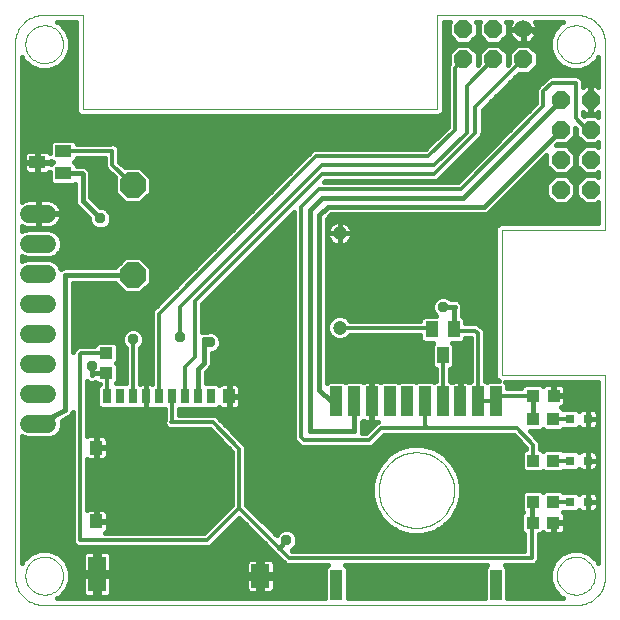
<source format=gtl>
G75*
G70*
%OFA0B0*%
%FSLAX24Y24*%
%IPPOS*%
%LPD*%
%AMOC8*
5,1,8,0,0,1.08239X$1,22.5*
%
%ADD10C,0.0000*%
%ADD11R,0.0413X0.0425*%
%ADD12R,0.0315X0.0315*%
%ADD13R,0.0394X0.0551*%
%ADD14R,0.0394X0.0433*%
%ADD15C,0.0600*%
%ADD16OC8,0.0600*%
%ADD17C,0.0600*%
%ADD18C,0.0472*%
%ADD19R,0.0394X0.0984*%
%ADD20R,0.0276X0.0492*%
%ADD21R,0.0394X0.0492*%
%ADD22R,0.0591X0.0787*%
%ADD23R,0.0591X0.1181*%
%ADD24R,0.0394X0.0472*%
%ADD25OC8,0.0850*%
%ADD26R,0.0551X0.0394*%
%ADD27R,0.0433X0.0394*%
%ADD28C,0.0160*%
%ADD29C,0.0376*%
%ADD30C,0.0157*%
%ADD31C,0.0118*%
D10*
X000629Y001245D02*
X000629Y018961D01*
X000983Y018961D02*
X000985Y019011D01*
X000991Y019061D01*
X001001Y019110D01*
X001015Y019158D01*
X001032Y019205D01*
X001053Y019250D01*
X001078Y019294D01*
X001106Y019335D01*
X001138Y019374D01*
X001172Y019411D01*
X001209Y019445D01*
X001249Y019475D01*
X001291Y019502D01*
X001335Y019526D01*
X001381Y019547D01*
X001428Y019563D01*
X001476Y019576D01*
X001526Y019585D01*
X001575Y019590D01*
X001626Y019591D01*
X001676Y019588D01*
X001725Y019581D01*
X001774Y019570D01*
X001822Y019555D01*
X001868Y019537D01*
X001913Y019515D01*
X001956Y019489D01*
X001997Y019460D01*
X002036Y019428D01*
X002072Y019393D01*
X002104Y019355D01*
X002134Y019315D01*
X002161Y019272D01*
X002184Y019228D01*
X002203Y019182D01*
X002219Y019134D01*
X002231Y019085D01*
X002239Y019036D01*
X002243Y018986D01*
X002243Y018936D01*
X002239Y018886D01*
X002231Y018837D01*
X002219Y018788D01*
X002203Y018740D01*
X002184Y018694D01*
X002161Y018650D01*
X002134Y018607D01*
X002104Y018567D01*
X002072Y018529D01*
X002036Y018494D01*
X001997Y018462D01*
X001956Y018433D01*
X001913Y018407D01*
X001868Y018385D01*
X001822Y018367D01*
X001774Y018352D01*
X001725Y018341D01*
X001676Y018334D01*
X001626Y018331D01*
X001575Y018332D01*
X001526Y018337D01*
X001476Y018346D01*
X001428Y018359D01*
X001381Y018375D01*
X001335Y018396D01*
X001291Y018420D01*
X001249Y018447D01*
X001209Y018477D01*
X001172Y018511D01*
X001138Y018548D01*
X001106Y018587D01*
X001078Y018628D01*
X001053Y018672D01*
X001032Y018717D01*
X001015Y018764D01*
X001001Y018812D01*
X000991Y018861D01*
X000985Y018911D01*
X000983Y018961D01*
X000629Y018961D02*
X000631Y019023D01*
X000637Y019084D01*
X000646Y019145D01*
X000660Y019206D01*
X000677Y019265D01*
X000698Y019323D01*
X000723Y019380D01*
X000751Y019435D01*
X000782Y019488D01*
X000817Y019539D01*
X000855Y019588D01*
X000896Y019635D01*
X000939Y019678D01*
X000986Y019719D01*
X001035Y019757D01*
X001086Y019792D01*
X001139Y019823D01*
X001194Y019851D01*
X001251Y019876D01*
X001309Y019897D01*
X001368Y019914D01*
X001429Y019928D01*
X001490Y019937D01*
X001551Y019943D01*
X001613Y019945D01*
X001613Y019946D02*
X002893Y019946D01*
X002893Y016796D01*
X014704Y016796D01*
X014704Y019946D01*
X019330Y019946D01*
X018700Y018961D02*
X018702Y019011D01*
X018708Y019061D01*
X018718Y019110D01*
X018732Y019158D01*
X018749Y019205D01*
X018770Y019250D01*
X018795Y019294D01*
X018823Y019335D01*
X018855Y019374D01*
X018889Y019411D01*
X018926Y019445D01*
X018966Y019475D01*
X019008Y019502D01*
X019052Y019526D01*
X019098Y019547D01*
X019145Y019563D01*
X019193Y019576D01*
X019243Y019585D01*
X019292Y019590D01*
X019343Y019591D01*
X019393Y019588D01*
X019442Y019581D01*
X019491Y019570D01*
X019539Y019555D01*
X019585Y019537D01*
X019630Y019515D01*
X019673Y019489D01*
X019714Y019460D01*
X019753Y019428D01*
X019789Y019393D01*
X019821Y019355D01*
X019851Y019315D01*
X019878Y019272D01*
X019901Y019228D01*
X019920Y019182D01*
X019936Y019134D01*
X019948Y019085D01*
X019956Y019036D01*
X019960Y018986D01*
X019960Y018936D01*
X019956Y018886D01*
X019948Y018837D01*
X019936Y018788D01*
X019920Y018740D01*
X019901Y018694D01*
X019878Y018650D01*
X019851Y018607D01*
X019821Y018567D01*
X019789Y018529D01*
X019753Y018494D01*
X019714Y018462D01*
X019673Y018433D01*
X019630Y018407D01*
X019585Y018385D01*
X019539Y018367D01*
X019491Y018352D01*
X019442Y018341D01*
X019393Y018334D01*
X019343Y018331D01*
X019292Y018332D01*
X019243Y018337D01*
X019193Y018346D01*
X019145Y018359D01*
X019098Y018375D01*
X019052Y018396D01*
X019008Y018420D01*
X018966Y018447D01*
X018926Y018477D01*
X018889Y018511D01*
X018855Y018548D01*
X018823Y018587D01*
X018795Y018628D01*
X018770Y018672D01*
X018749Y018717D01*
X018732Y018764D01*
X018718Y018812D01*
X018708Y018861D01*
X018702Y018911D01*
X018700Y018961D01*
X019330Y019945D02*
X019392Y019943D01*
X019453Y019937D01*
X019514Y019928D01*
X019575Y019914D01*
X019634Y019897D01*
X019692Y019876D01*
X019749Y019851D01*
X019804Y019823D01*
X019857Y019792D01*
X019908Y019757D01*
X019957Y019719D01*
X020004Y019678D01*
X020047Y019635D01*
X020088Y019588D01*
X020126Y019539D01*
X020161Y019488D01*
X020192Y019435D01*
X020220Y019380D01*
X020245Y019323D01*
X020266Y019265D01*
X020283Y019206D01*
X020297Y019145D01*
X020306Y019084D01*
X020312Y019023D01*
X020314Y018961D01*
X020314Y012761D01*
X016869Y012761D01*
X016869Y007938D01*
X020314Y007938D01*
X020314Y001245D01*
X018700Y001245D02*
X018702Y001295D01*
X018708Y001345D01*
X018718Y001394D01*
X018732Y001442D01*
X018749Y001489D01*
X018770Y001534D01*
X018795Y001578D01*
X018823Y001619D01*
X018855Y001658D01*
X018889Y001695D01*
X018926Y001729D01*
X018966Y001759D01*
X019008Y001786D01*
X019052Y001810D01*
X019098Y001831D01*
X019145Y001847D01*
X019193Y001860D01*
X019243Y001869D01*
X019292Y001874D01*
X019343Y001875D01*
X019393Y001872D01*
X019442Y001865D01*
X019491Y001854D01*
X019539Y001839D01*
X019585Y001821D01*
X019630Y001799D01*
X019673Y001773D01*
X019714Y001744D01*
X019753Y001712D01*
X019789Y001677D01*
X019821Y001639D01*
X019851Y001599D01*
X019878Y001556D01*
X019901Y001512D01*
X019920Y001466D01*
X019936Y001418D01*
X019948Y001369D01*
X019956Y001320D01*
X019960Y001270D01*
X019960Y001220D01*
X019956Y001170D01*
X019948Y001121D01*
X019936Y001072D01*
X019920Y001024D01*
X019901Y000978D01*
X019878Y000934D01*
X019851Y000891D01*
X019821Y000851D01*
X019789Y000813D01*
X019753Y000778D01*
X019714Y000746D01*
X019673Y000717D01*
X019630Y000691D01*
X019585Y000669D01*
X019539Y000651D01*
X019491Y000636D01*
X019442Y000625D01*
X019393Y000618D01*
X019343Y000615D01*
X019292Y000616D01*
X019243Y000621D01*
X019193Y000630D01*
X019145Y000643D01*
X019098Y000659D01*
X019052Y000680D01*
X019008Y000704D01*
X018966Y000731D01*
X018926Y000761D01*
X018889Y000795D01*
X018855Y000832D01*
X018823Y000871D01*
X018795Y000912D01*
X018770Y000956D01*
X018749Y001001D01*
X018732Y001048D01*
X018718Y001096D01*
X018708Y001145D01*
X018702Y001195D01*
X018700Y001245D01*
X019330Y000261D02*
X019392Y000263D01*
X019453Y000269D01*
X019514Y000278D01*
X019575Y000292D01*
X019634Y000309D01*
X019692Y000330D01*
X019749Y000355D01*
X019804Y000383D01*
X019857Y000414D01*
X019908Y000449D01*
X019957Y000487D01*
X020004Y000528D01*
X020047Y000571D01*
X020088Y000618D01*
X020126Y000667D01*
X020161Y000718D01*
X020192Y000771D01*
X020220Y000826D01*
X020245Y000883D01*
X020266Y000941D01*
X020283Y001000D01*
X020297Y001061D01*
X020306Y001122D01*
X020312Y001183D01*
X020314Y001245D01*
X019330Y000261D02*
X001613Y000261D01*
X000983Y001245D02*
X000985Y001295D01*
X000991Y001345D01*
X001001Y001394D01*
X001015Y001442D01*
X001032Y001489D01*
X001053Y001534D01*
X001078Y001578D01*
X001106Y001619D01*
X001138Y001658D01*
X001172Y001695D01*
X001209Y001729D01*
X001249Y001759D01*
X001291Y001786D01*
X001335Y001810D01*
X001381Y001831D01*
X001428Y001847D01*
X001476Y001860D01*
X001526Y001869D01*
X001575Y001874D01*
X001626Y001875D01*
X001676Y001872D01*
X001725Y001865D01*
X001774Y001854D01*
X001822Y001839D01*
X001868Y001821D01*
X001913Y001799D01*
X001956Y001773D01*
X001997Y001744D01*
X002036Y001712D01*
X002072Y001677D01*
X002104Y001639D01*
X002134Y001599D01*
X002161Y001556D01*
X002184Y001512D01*
X002203Y001466D01*
X002219Y001418D01*
X002231Y001369D01*
X002239Y001320D01*
X002243Y001270D01*
X002243Y001220D01*
X002239Y001170D01*
X002231Y001121D01*
X002219Y001072D01*
X002203Y001024D01*
X002184Y000978D01*
X002161Y000934D01*
X002134Y000891D01*
X002104Y000851D01*
X002072Y000813D01*
X002036Y000778D01*
X001997Y000746D01*
X001956Y000717D01*
X001913Y000691D01*
X001868Y000669D01*
X001822Y000651D01*
X001774Y000636D01*
X001725Y000625D01*
X001676Y000618D01*
X001626Y000615D01*
X001575Y000616D01*
X001526Y000621D01*
X001476Y000630D01*
X001428Y000643D01*
X001381Y000659D01*
X001335Y000680D01*
X001291Y000704D01*
X001249Y000731D01*
X001209Y000761D01*
X001172Y000795D01*
X001138Y000832D01*
X001106Y000871D01*
X001078Y000912D01*
X001053Y000956D01*
X001032Y001001D01*
X001015Y001048D01*
X001001Y001096D01*
X000991Y001145D01*
X000985Y001195D01*
X000983Y001245D01*
X000629Y001245D02*
X000631Y001183D01*
X000637Y001122D01*
X000646Y001061D01*
X000660Y001000D01*
X000677Y000941D01*
X000698Y000883D01*
X000723Y000826D01*
X000751Y000771D01*
X000782Y000718D01*
X000817Y000667D01*
X000855Y000618D01*
X000896Y000571D01*
X000939Y000528D01*
X000986Y000487D01*
X001035Y000449D01*
X001086Y000414D01*
X001139Y000383D01*
X001194Y000355D01*
X001251Y000330D01*
X001309Y000309D01*
X001368Y000292D01*
X001429Y000278D01*
X001490Y000269D01*
X001551Y000263D01*
X001613Y000261D01*
X012755Y004099D02*
X012757Y004170D01*
X012763Y004240D01*
X012773Y004310D01*
X012787Y004379D01*
X012804Y004448D01*
X012826Y004515D01*
X012851Y004581D01*
X012880Y004646D01*
X012912Y004708D01*
X012948Y004769D01*
X012987Y004828D01*
X013030Y004885D01*
X013075Y004939D01*
X013124Y004990D01*
X013175Y005039D01*
X013229Y005084D01*
X013286Y005127D01*
X013345Y005166D01*
X013406Y005202D01*
X013468Y005234D01*
X013533Y005263D01*
X013599Y005288D01*
X013666Y005310D01*
X013735Y005327D01*
X013804Y005341D01*
X013874Y005351D01*
X013944Y005357D01*
X014015Y005359D01*
X014086Y005357D01*
X014156Y005351D01*
X014226Y005341D01*
X014295Y005327D01*
X014364Y005310D01*
X014431Y005288D01*
X014497Y005263D01*
X014562Y005234D01*
X014624Y005202D01*
X014685Y005166D01*
X014744Y005127D01*
X014801Y005084D01*
X014855Y005039D01*
X014906Y004990D01*
X014955Y004939D01*
X015000Y004885D01*
X015043Y004828D01*
X015082Y004769D01*
X015118Y004708D01*
X015150Y004646D01*
X015179Y004581D01*
X015204Y004515D01*
X015226Y004448D01*
X015243Y004379D01*
X015257Y004310D01*
X015267Y004240D01*
X015273Y004170D01*
X015275Y004099D01*
X015273Y004028D01*
X015267Y003958D01*
X015257Y003888D01*
X015243Y003819D01*
X015226Y003750D01*
X015204Y003683D01*
X015179Y003617D01*
X015150Y003552D01*
X015118Y003490D01*
X015082Y003429D01*
X015043Y003370D01*
X015000Y003313D01*
X014955Y003259D01*
X014906Y003208D01*
X014855Y003159D01*
X014801Y003114D01*
X014744Y003071D01*
X014685Y003032D01*
X014624Y002996D01*
X014562Y002964D01*
X014497Y002935D01*
X014431Y002910D01*
X014364Y002888D01*
X014295Y002871D01*
X014226Y002857D01*
X014156Y002847D01*
X014086Y002841D01*
X014015Y002839D01*
X013944Y002841D01*
X013874Y002847D01*
X013804Y002857D01*
X013735Y002871D01*
X013666Y002888D01*
X013599Y002910D01*
X013533Y002935D01*
X013468Y002964D01*
X013406Y002996D01*
X013345Y003032D01*
X013286Y003071D01*
X013229Y003114D01*
X013175Y003159D01*
X013124Y003208D01*
X013075Y003259D01*
X013030Y003313D01*
X012987Y003370D01*
X012948Y003429D01*
X012912Y003490D01*
X012880Y003552D01*
X012851Y003617D01*
X012826Y003683D01*
X012804Y003750D01*
X012787Y003819D01*
X012773Y003888D01*
X012763Y003958D01*
X012757Y004028D01*
X012755Y004099D01*
D11*
X017897Y003017D03*
X018586Y003017D03*
X018592Y007248D03*
X017903Y007248D03*
D12*
X019132Y006462D03*
X019723Y006462D03*
X019726Y005085D03*
X019135Y005085D03*
X019132Y003706D03*
X019722Y003706D03*
D13*
X014902Y008588D03*
X015276Y009454D03*
X014528Y009454D03*
D14*
X017914Y006461D03*
X018583Y006461D03*
X018584Y005083D03*
X017914Y005083D03*
X017914Y003704D03*
X018584Y003704D03*
D15*
X017574Y019461D03*
D16*
X016574Y019461D03*
X016574Y018461D03*
X017574Y018461D03*
X018830Y017115D03*
X018830Y016115D03*
X018830Y015115D03*
X018830Y014115D03*
X019830Y014115D03*
X019830Y015115D03*
X019830Y016115D03*
X019830Y017115D03*
X015574Y018461D03*
X015574Y019461D03*
D17*
X001717Y013308D02*
X001117Y013308D01*
X001117Y012308D02*
X001717Y012308D01*
X001717Y011308D02*
X001117Y011308D01*
X001117Y010308D02*
X001717Y010308D01*
X001717Y009308D02*
X001117Y009308D01*
X001117Y008308D02*
X001717Y008308D01*
X001717Y007308D02*
X001117Y007308D01*
X001117Y006308D02*
X001717Y006308D01*
D18*
X011456Y009512D03*
X011456Y012662D03*
D19*
X011352Y007053D03*
X011943Y007053D03*
X012533Y007053D03*
X013124Y007053D03*
X013714Y007053D03*
X014305Y007053D03*
X014896Y007053D03*
X015486Y007053D03*
X016077Y007053D03*
X016667Y007053D03*
X016667Y000951D03*
X011352Y000951D03*
D20*
X007164Y007228D03*
X006731Y007228D03*
X006298Y007228D03*
X005865Y007228D03*
X005432Y007228D03*
X004999Y007228D03*
X004566Y007228D03*
X004133Y007228D03*
X003700Y007228D03*
D21*
X007774Y007228D03*
D22*
X008818Y001244D03*
D23*
X003365Y001303D03*
D24*
X003345Y003055D03*
X003345Y005516D03*
D25*
X004565Y011261D03*
X004565Y014261D03*
D26*
X002242Y014652D03*
X002242Y015400D03*
X001376Y015026D03*
D27*
X003682Y008667D03*
X003682Y007998D03*
D28*
X004016Y008333D02*
X004079Y008396D01*
X004079Y008939D01*
X003973Y009044D01*
X003391Y009044D01*
X003286Y008939D01*
X003286Y008906D01*
X002788Y008906D01*
X002700Y008870D01*
X002632Y008803D01*
X002592Y008762D01*
X002561Y008688D01*
X002561Y011002D01*
X003968Y011002D01*
X004314Y010656D01*
X004816Y010656D01*
X005170Y011010D01*
X005170Y011512D01*
X004816Y011866D01*
X004314Y011866D01*
X003968Y011520D01*
X002251Y011520D01*
X002164Y011483D01*
X002124Y011580D01*
X001989Y011715D01*
X001812Y011788D01*
X001021Y011788D01*
X000859Y011721D01*
X000859Y011895D01*
X001021Y011828D01*
X001812Y011828D01*
X001989Y011901D01*
X002124Y012036D01*
X002197Y012212D01*
X002197Y012403D01*
X002124Y012580D01*
X001989Y012715D01*
X001812Y012788D01*
X001021Y012788D01*
X000859Y012721D01*
X000859Y012902D01*
X000865Y012897D01*
X000932Y012863D01*
X001004Y012840D01*
X001079Y012828D01*
X001397Y012828D01*
X001397Y013288D01*
X001437Y013288D01*
X001437Y013328D01*
X002197Y013328D01*
X002197Y013346D01*
X002185Y013420D01*
X002161Y013492D01*
X002127Y013559D01*
X002083Y013621D01*
X002029Y013674D01*
X001968Y013718D01*
X001901Y013753D01*
X001829Y013776D01*
X001754Y013788D01*
X001437Y013788D01*
X001437Y013328D01*
X001397Y013328D01*
X001397Y013788D01*
X001079Y013788D01*
X001004Y013776D01*
X000932Y013753D01*
X000865Y013718D01*
X000859Y013714D01*
X000859Y018535D01*
X000884Y018474D01*
X001126Y018232D01*
X001442Y018101D01*
X001784Y018101D01*
X002100Y018232D01*
X002342Y018474D01*
X002473Y018790D01*
X002473Y019132D01*
X002342Y019449D01*
X002100Y019690D01*
X002040Y019716D01*
X002663Y019716D01*
X002663Y016701D01*
X002798Y016566D01*
X014799Y016566D01*
X014934Y016701D01*
X014934Y019716D01*
X015150Y019716D01*
X015094Y019660D01*
X015094Y019262D01*
X015375Y018981D01*
X015773Y018981D01*
X016054Y019262D01*
X016054Y019660D01*
X015998Y019716D01*
X016150Y019716D01*
X016094Y019660D01*
X016094Y019262D01*
X016375Y018981D01*
X016773Y018981D01*
X017054Y019262D01*
X017054Y019660D01*
X016998Y019716D01*
X017166Y019716D01*
X017163Y019713D01*
X017129Y019645D01*
X017106Y019573D01*
X017094Y019499D01*
X017094Y019481D01*
X017554Y019481D01*
X017554Y019441D01*
X017594Y019441D01*
X017594Y019481D01*
X018054Y019481D01*
X018054Y019499D01*
X018042Y019573D01*
X018019Y019645D01*
X017984Y019713D01*
X017982Y019716D01*
X018904Y019716D01*
X018843Y019690D01*
X018601Y019449D01*
X018470Y019132D01*
X018470Y018790D01*
X018601Y018474D01*
X018843Y018232D01*
X019159Y018101D01*
X019501Y018101D01*
X019817Y018232D01*
X020059Y018474D01*
X020084Y018535D01*
X020084Y017540D01*
X020029Y017595D01*
X019850Y017595D01*
X019850Y017135D01*
X019810Y017135D01*
X019810Y017595D01*
X019631Y017595D01*
X019569Y017533D01*
X019569Y017729D01*
X019533Y017817D01*
X019465Y017885D01*
X019377Y017921D01*
X018495Y017921D01*
X018407Y017885D01*
X018340Y017817D01*
X018045Y017522D01*
X018008Y017434D01*
X018008Y016994D01*
X015392Y014378D01*
X010950Y014378D01*
X010964Y014392D01*
X014653Y014392D01*
X014741Y014428D01*
X014808Y014495D01*
X016186Y015873D01*
X016222Y015961D01*
X016222Y016772D01*
X017432Y017981D01*
X017773Y017981D01*
X018054Y018262D01*
X018054Y018660D01*
X017773Y018941D01*
X017375Y018941D01*
X017094Y018660D01*
X017094Y018319D01*
X017054Y018279D01*
X017054Y018660D01*
X016773Y018941D01*
X016375Y018941D01*
X016094Y018660D01*
X016094Y018319D01*
X016054Y018279D01*
X016054Y018660D01*
X015773Y018941D01*
X015375Y018941D01*
X015094Y018660D01*
X015094Y018319D01*
X015092Y018317D01*
X015055Y018229D01*
X015055Y016206D01*
X014310Y015460D01*
X010621Y015460D01*
X010533Y015424D01*
X005296Y010187D01*
X005229Y010120D01*
X005193Y010032D01*
X005193Y007646D01*
X005160Y007655D01*
X004999Y007655D01*
X004999Y007228D01*
X004999Y006802D01*
X005160Y006802D01*
X005206Y006815D01*
X005207Y006815D01*
X005219Y006802D01*
X005626Y006802D01*
X005626Y006457D01*
X005607Y006411D01*
X005607Y006315D01*
X005643Y006228D01*
X005710Y006160D01*
X005798Y006124D01*
X007125Y006124D01*
X007870Y005378D01*
X007870Y003608D01*
X006928Y002665D01*
X003635Y002665D01*
X003653Y002675D01*
X003686Y002708D01*
X003710Y002750D01*
X003722Y002795D01*
X003722Y003037D01*
X003364Y003037D01*
X003364Y003074D01*
X003327Y003074D01*
X003327Y003471D01*
X003125Y003471D01*
X003079Y003459D01*
X003038Y003435D01*
X003034Y003431D01*
X003034Y005140D01*
X003038Y005136D01*
X003079Y005112D01*
X003125Y005100D01*
X003327Y005100D01*
X003327Y005497D01*
X003364Y005497D01*
X003364Y005534D01*
X003722Y005534D01*
X003722Y005776D01*
X003710Y005822D01*
X003686Y005863D01*
X003653Y005896D01*
X003611Y005920D01*
X003566Y005932D01*
X003364Y005932D01*
X003364Y005534D01*
X003327Y005534D01*
X003327Y005932D01*
X003125Y005932D01*
X003079Y005920D01*
X003038Y005896D01*
X003034Y005892D01*
X003034Y007727D01*
X003042Y007718D01*
X003137Y007679D01*
X003240Y007679D01*
X003306Y007706D01*
X003391Y007621D01*
X003454Y007621D01*
X003382Y007549D01*
X003382Y006908D01*
X003487Y006802D01*
X003912Y006802D01*
X003916Y006807D01*
X003920Y006802D01*
X004345Y006802D01*
X004349Y006807D01*
X004353Y006802D01*
X004778Y006802D01*
X004791Y006815D01*
X004791Y006815D01*
X004837Y006802D01*
X004999Y006802D01*
X004999Y007228D01*
X004999Y007228D01*
X004999Y007228D01*
X004999Y007655D01*
X004837Y007655D01*
X004805Y007646D01*
X004805Y008837D01*
X004878Y008910D01*
X004934Y009046D01*
X004934Y009192D01*
X004878Y009327D01*
X004775Y009431D01*
X004639Y009487D01*
X004493Y009487D01*
X004358Y009431D01*
X004254Y009327D01*
X004198Y009192D01*
X004198Y009046D01*
X004254Y008910D01*
X004327Y008838D01*
X004327Y007655D01*
X004007Y007655D01*
X004079Y007727D01*
X004079Y008269D01*
X004016Y008333D01*
X004027Y008344D02*
X004327Y008344D01*
X004327Y008186D02*
X004079Y008186D01*
X004079Y008027D02*
X004327Y008027D01*
X004327Y007869D02*
X004079Y007869D01*
X004062Y007710D02*
X004327Y007710D01*
X004805Y007710D02*
X005193Y007710D01*
X005193Y007869D02*
X004805Y007869D01*
X004805Y008027D02*
X005193Y008027D01*
X005193Y008186D02*
X004805Y008186D01*
X004805Y008344D02*
X005193Y008344D01*
X005193Y008503D02*
X004805Y008503D01*
X004805Y008661D02*
X005193Y008661D01*
X005193Y008820D02*
X004805Y008820D01*
X004906Y008978D02*
X005193Y008978D01*
X005193Y009137D02*
X004934Y009137D01*
X004892Y009295D02*
X005193Y009295D01*
X005193Y009454D02*
X004720Y009454D01*
X004412Y009454D02*
X002561Y009454D01*
X002561Y009612D02*
X005193Y009612D01*
X005193Y009771D02*
X002561Y009771D01*
X002561Y009929D02*
X005193Y009929D01*
X005216Y010088D02*
X002561Y010088D01*
X002561Y010246D02*
X005355Y010246D01*
X005514Y010405D02*
X002561Y010405D01*
X002561Y010563D02*
X005672Y010563D01*
X005831Y010722D02*
X004881Y010722D01*
X005040Y010880D02*
X005989Y010880D01*
X006148Y011039D02*
X005170Y011039D01*
X005170Y011197D02*
X006306Y011197D01*
X006465Y011356D02*
X005170Y011356D01*
X005167Y011514D02*
X006623Y011514D01*
X006782Y011673D02*
X005009Y011673D01*
X004850Y011831D02*
X006940Y011831D01*
X007099Y011990D02*
X002077Y011990D01*
X002170Y012148D02*
X007257Y012148D01*
X007416Y012307D02*
X002197Y012307D01*
X002171Y012465D02*
X007574Y012465D01*
X007733Y012624D02*
X002080Y012624D01*
X001968Y012897D02*
X001901Y012863D01*
X001829Y012840D01*
X001754Y012828D01*
X001437Y012828D01*
X001437Y013288D01*
X002197Y013288D01*
X002197Y013270D01*
X002185Y013196D01*
X002161Y013124D01*
X002127Y013056D01*
X002083Y012995D01*
X002029Y012942D01*
X001968Y012897D01*
X002028Y012941D02*
X003177Y012941D01*
X003171Y012946D02*
X003275Y012842D01*
X003410Y012786D01*
X003557Y012786D01*
X003692Y012842D01*
X003796Y012946D01*
X003852Y013081D01*
X003852Y013228D01*
X003796Y013363D01*
X003692Y013466D01*
X003557Y013522D01*
X003481Y013522D01*
X003152Y013852D01*
X003152Y014682D01*
X003112Y014777D01*
X003091Y014799D01*
X003018Y014872D01*
X002923Y014911D01*
X002698Y014911D01*
X002698Y014924D01*
X002595Y015026D01*
X002698Y015129D01*
X002698Y015161D01*
X003638Y015161D01*
X003638Y014901D01*
X003674Y014813D01*
X003742Y014746D01*
X003968Y014520D01*
X003960Y014512D01*
X003960Y014010D01*
X004314Y013656D01*
X004816Y013656D01*
X005170Y014010D01*
X005170Y014512D01*
X004816Y014866D01*
X004314Y014866D01*
X004306Y014858D01*
X004116Y015048D01*
X004116Y015466D01*
X004080Y015554D01*
X004013Y015621D01*
X003925Y015657D01*
X003830Y015657D01*
X003787Y015640D01*
X002698Y015640D01*
X002698Y015672D01*
X002593Y015777D01*
X001892Y015777D01*
X001787Y015672D01*
X001787Y015343D01*
X001762Y015367D01*
X001721Y015391D01*
X001676Y015403D01*
X001395Y015403D01*
X001395Y015045D01*
X001832Y015045D01*
X001832Y015084D01*
X001889Y015026D01*
X001832Y014969D01*
X001832Y015008D01*
X001395Y015008D01*
X001395Y015045D01*
X001358Y015045D01*
X001358Y015403D01*
X001077Y015403D01*
X001031Y015391D01*
X000990Y015367D01*
X000957Y015334D01*
X000933Y015293D01*
X000921Y015247D01*
X000921Y015045D01*
X001358Y015045D01*
X001358Y015008D01*
X001395Y015008D01*
X001395Y014650D01*
X001676Y014650D01*
X001721Y014662D01*
X001762Y014686D01*
X001787Y014710D01*
X001787Y014381D01*
X001892Y014276D01*
X002593Y014276D01*
X002634Y014317D01*
X002634Y013693D01*
X002674Y013598D01*
X002746Y013526D01*
X003115Y013157D01*
X003115Y013081D01*
X003171Y012946D01*
X003115Y013099D02*
X002149Y013099D01*
X002195Y013258D02*
X003014Y013258D01*
X002856Y013416D02*
X002186Y013416D01*
X002116Y013575D02*
X002697Y013575D01*
X002634Y013733D02*
X001939Y013733D01*
X001437Y013733D02*
X001397Y013733D01*
X001397Y013575D02*
X001437Y013575D01*
X001437Y013416D02*
X001397Y013416D01*
X001397Y013258D02*
X001437Y013258D01*
X001437Y013099D02*
X001397Y013099D01*
X001397Y012941D02*
X001437Y012941D01*
X001826Y012782D02*
X007891Y012782D01*
X008050Y012941D02*
X003790Y012941D01*
X003852Y013099D02*
X008208Y013099D01*
X008367Y013258D02*
X003839Y013258D01*
X003742Y013416D02*
X008525Y013416D01*
X008684Y013575D02*
X003429Y013575D01*
X003271Y013733D02*
X004237Y013733D01*
X004079Y013892D02*
X003152Y013892D01*
X003152Y014050D02*
X003960Y014050D01*
X003960Y014209D02*
X003152Y014209D01*
X003152Y014367D02*
X003960Y014367D01*
X003962Y014526D02*
X003152Y014526D01*
X003151Y014684D02*
X003804Y014684D01*
X003662Y014843D02*
X003047Y014843D01*
X002621Y015001D02*
X003638Y015001D01*
X003638Y015160D02*
X002698Y015160D01*
X001864Y015001D02*
X001832Y015001D01*
X001787Y014684D02*
X001760Y014684D01*
X001787Y014526D02*
X000859Y014526D01*
X000859Y014684D02*
X000993Y014684D01*
X000990Y014686D02*
X001031Y014662D01*
X001077Y014650D01*
X001358Y014650D01*
X001358Y015008D01*
X000921Y015008D01*
X000921Y014806D01*
X000933Y014760D01*
X000957Y014719D01*
X000990Y014686D01*
X000921Y014843D02*
X000859Y014843D01*
X000859Y015001D02*
X000921Y015001D01*
X000921Y015160D02*
X000859Y015160D01*
X000859Y015318D02*
X000948Y015318D01*
X000859Y015477D02*
X001787Y015477D01*
X001787Y015635D02*
X000859Y015635D01*
X000859Y015794D02*
X014643Y015794D01*
X014801Y015952D02*
X000859Y015952D01*
X000859Y016111D02*
X014960Y016111D01*
X015055Y016269D02*
X000859Y016269D01*
X000859Y016428D02*
X015055Y016428D01*
X015055Y016586D02*
X014819Y016586D01*
X014934Y016745D02*
X015055Y016745D01*
X015055Y016903D02*
X014934Y016903D01*
X014934Y017062D02*
X015055Y017062D01*
X015055Y017220D02*
X014934Y017220D01*
X014934Y017379D02*
X015055Y017379D01*
X015055Y017537D02*
X014934Y017537D01*
X014934Y017696D02*
X015055Y017696D01*
X015055Y017854D02*
X014934Y017854D01*
X014934Y018013D02*
X015055Y018013D01*
X015055Y018171D02*
X014934Y018171D01*
X014934Y018330D02*
X015094Y018330D01*
X015094Y018488D02*
X014934Y018488D01*
X014934Y018647D02*
X015094Y018647D01*
X015239Y018805D02*
X014934Y018805D01*
X014934Y018964D02*
X018470Y018964D01*
X018470Y019122D02*
X017914Y019122D01*
X017940Y019148D02*
X017984Y019209D01*
X018019Y019277D01*
X018042Y019349D01*
X018054Y019423D01*
X018054Y019441D01*
X017594Y019441D01*
X017594Y018981D01*
X017612Y018981D01*
X017686Y018993D01*
X017758Y019016D01*
X017825Y019050D01*
X017887Y019095D01*
X017940Y019148D01*
X018020Y019281D02*
X018531Y019281D01*
X018597Y019439D02*
X018054Y019439D01*
X018034Y019598D02*
X018750Y019598D01*
X018470Y018805D02*
X017909Y018805D01*
X018054Y018647D02*
X018529Y018647D01*
X018595Y018488D02*
X018054Y018488D01*
X018054Y018330D02*
X018746Y018330D01*
X018991Y018171D02*
X017963Y018171D01*
X017804Y018013D02*
X020084Y018013D01*
X020084Y018171D02*
X019669Y018171D01*
X019914Y018330D02*
X020084Y018330D01*
X020084Y018488D02*
X020065Y018488D01*
X020084Y017854D02*
X019496Y017854D01*
X019569Y017696D02*
X020084Y017696D01*
X019850Y017537D02*
X019810Y017537D01*
X019810Y017379D02*
X019850Y017379D01*
X019850Y017220D02*
X019810Y017220D01*
X019810Y017095D02*
X019850Y017095D01*
X019850Y016635D01*
X020029Y016635D01*
X020084Y016691D01*
X020084Y016540D01*
X020029Y016595D01*
X019631Y016595D01*
X019602Y016566D01*
X019569Y016600D01*
X019569Y016697D01*
X019631Y016635D01*
X019810Y016635D01*
X019810Y017095D01*
X019810Y017062D02*
X019850Y017062D01*
X019850Y016903D02*
X019810Y016903D01*
X019810Y016745D02*
X019850Y016745D01*
X020038Y016586D02*
X020084Y016586D01*
X019622Y016586D02*
X019583Y016586D01*
X019310Y016183D02*
X019350Y016143D01*
X019350Y015916D01*
X019631Y015635D01*
X020029Y015635D01*
X020084Y015635D01*
X020029Y015635D02*
X020084Y015691D01*
X020084Y015540D01*
X020029Y015595D01*
X019631Y015595D01*
X019350Y015314D01*
X019350Y014916D01*
X019631Y014635D01*
X020029Y014635D01*
X020084Y014691D01*
X020084Y014540D01*
X020029Y014595D01*
X019631Y014595D01*
X019350Y014314D01*
X019350Y013916D01*
X019631Y013635D01*
X020029Y013635D01*
X020084Y013691D01*
X020084Y012991D01*
X016774Y012991D01*
X016639Y012856D01*
X016639Y007843D01*
X016756Y007726D01*
X016396Y007726D01*
X016372Y007702D01*
X016348Y007726D01*
X016316Y007726D01*
X016316Y009369D01*
X016279Y009456D01*
X016212Y009524D01*
X016119Y009617D01*
X016031Y009653D01*
X015653Y009653D01*
X015653Y009804D01*
X015547Y009910D01*
X015534Y009910D01*
X015534Y010105D01*
X015553Y010150D01*
X015553Y010253D01*
X015514Y010348D01*
X015441Y010421D01*
X015346Y010460D01*
X015163Y010460D01*
X015109Y010514D01*
X014974Y010570D01*
X014828Y010570D01*
X014692Y010514D01*
X014589Y010410D01*
X014533Y010275D01*
X014533Y010128D01*
X014589Y009993D01*
X014672Y009910D01*
X014256Y009910D01*
X014151Y009804D01*
X014151Y009751D01*
X011806Y009751D01*
X011692Y009865D01*
X011539Y009928D01*
X011373Y009928D01*
X011220Y009865D01*
X011103Y009748D01*
X011040Y009595D01*
X011040Y009429D01*
X011103Y009276D01*
X011220Y009159D01*
X011373Y009096D01*
X011539Y009096D01*
X011692Y009159D01*
X011806Y009273D01*
X014151Y009273D01*
X014151Y009104D01*
X014256Y008999D01*
X014585Y008999D01*
X014525Y008938D01*
X014525Y008238D01*
X014630Y008133D01*
X014656Y008133D01*
X014656Y007726D01*
X014624Y007726D01*
X014600Y007702D01*
X014576Y007726D01*
X014034Y007726D01*
X014010Y007702D01*
X013986Y007726D01*
X013443Y007726D01*
X013419Y007702D01*
X013395Y007726D01*
X012852Y007726D01*
X012825Y007698D01*
X012800Y007713D01*
X012754Y007726D01*
X012552Y007726D01*
X012552Y007072D01*
X012515Y007072D01*
X012515Y007726D01*
X012313Y007726D01*
X012267Y007713D01*
X012241Y007698D01*
X012214Y007726D01*
X011671Y007726D01*
X011647Y007702D01*
X011624Y007726D01*
X011081Y007726D01*
X011026Y007670D01*
X011026Y013146D01*
X011169Y013289D01*
X016314Y013289D01*
X016409Y013329D01*
X016482Y013401D01*
X018350Y015269D01*
X018350Y014916D01*
X018631Y014635D01*
X019029Y014635D01*
X019310Y014916D01*
X019310Y015314D01*
X019029Y015595D01*
X018676Y015595D01*
X018716Y015635D01*
X019029Y015635D01*
X019631Y015635D01*
X019513Y015477D02*
X019147Y015477D01*
X019029Y015635D02*
X019310Y015916D01*
X019310Y016183D01*
X019310Y016111D02*
X019350Y016111D01*
X019350Y015952D02*
X019310Y015952D01*
X019187Y015794D02*
X019473Y015794D01*
X019354Y015318D02*
X019306Y015318D01*
X019310Y015160D02*
X019350Y015160D01*
X019350Y015001D02*
X019310Y015001D01*
X019236Y014843D02*
X019424Y014843D01*
X019582Y014684D02*
X019078Y014684D01*
X019029Y014595D02*
X018631Y014595D01*
X018350Y014314D01*
X018350Y013916D01*
X018631Y013635D01*
X019029Y013635D01*
X019310Y013916D01*
X019310Y014314D01*
X019029Y014595D01*
X019098Y014526D02*
X019562Y014526D01*
X019403Y014367D02*
X019257Y014367D01*
X019310Y014209D02*
X019350Y014209D01*
X019350Y014050D02*
X019310Y014050D01*
X019285Y013892D02*
X019375Y013892D01*
X019533Y013733D02*
X019127Y013733D01*
X018533Y013733D02*
X016814Y013733D01*
X016655Y013575D02*
X020084Y013575D01*
X020084Y013416D02*
X016497Y013416D01*
X016972Y013892D02*
X018375Y013892D01*
X018350Y014050D02*
X017131Y014050D01*
X017289Y014209D02*
X018350Y014209D01*
X018403Y014367D02*
X017448Y014367D01*
X017606Y014526D02*
X018562Y014526D01*
X018582Y014684D02*
X017765Y014684D01*
X017923Y014843D02*
X018424Y014843D01*
X018350Y015001D02*
X018082Y015001D01*
X018240Y015160D02*
X018350Y015160D01*
X017284Y016269D02*
X016222Y016269D01*
X016222Y016111D02*
X017125Y016111D01*
X016967Y015952D02*
X016219Y015952D01*
X016107Y015794D02*
X016808Y015794D01*
X016650Y015635D02*
X015948Y015635D01*
X015790Y015477D02*
X016491Y015477D01*
X016333Y015318D02*
X015631Y015318D01*
X015473Y015160D02*
X016174Y015160D01*
X016016Y015001D02*
X015314Y015001D01*
X015156Y014843D02*
X015857Y014843D01*
X015699Y014684D02*
X014997Y014684D01*
X014839Y014526D02*
X015540Y014526D01*
X014484Y015635D02*
X003978Y015635D01*
X004112Y015477D02*
X014326Y015477D01*
X016222Y016428D02*
X017442Y016428D01*
X017601Y016586D02*
X016222Y016586D01*
X016222Y016745D02*
X017759Y016745D01*
X017918Y016903D02*
X016354Y016903D01*
X016513Y017062D02*
X018008Y017062D01*
X018008Y017220D02*
X016671Y017220D01*
X016830Y017379D02*
X018008Y017379D01*
X018060Y017537D02*
X016988Y017537D01*
X017147Y017696D02*
X018218Y017696D01*
X018377Y017854D02*
X017305Y017854D01*
X017094Y018330D02*
X017054Y018330D01*
X017054Y018488D02*
X017094Y018488D01*
X017094Y018647D02*
X017054Y018647D01*
X016909Y018805D02*
X017239Y018805D01*
X017322Y019050D02*
X017390Y019016D01*
X017462Y018993D01*
X017536Y018981D01*
X017554Y018981D01*
X017554Y019441D01*
X017094Y019441D01*
X017094Y019423D01*
X017106Y019349D01*
X017129Y019277D01*
X017163Y019209D01*
X017208Y019148D01*
X017261Y019095D01*
X017322Y019050D01*
X017234Y019122D02*
X016914Y019122D01*
X017054Y019281D02*
X017128Y019281D01*
X017094Y019439D02*
X017054Y019439D01*
X017054Y019598D02*
X017114Y019598D01*
X017554Y019439D02*
X017594Y019439D01*
X017594Y019281D02*
X017554Y019281D01*
X017554Y019122D02*
X017594Y019122D01*
X016234Y019122D02*
X015914Y019122D01*
X016054Y019281D02*
X016094Y019281D01*
X016094Y019439D02*
X016054Y019439D01*
X016054Y019598D02*
X016094Y019598D01*
X016239Y018805D02*
X015909Y018805D01*
X016054Y018647D02*
X016094Y018647D01*
X016094Y018488D02*
X016054Y018488D01*
X016054Y018330D02*
X016094Y018330D01*
X015234Y019122D02*
X014934Y019122D01*
X014934Y019281D02*
X015094Y019281D01*
X015094Y019439D02*
X014934Y019439D01*
X014934Y019598D02*
X015094Y019598D01*
X019569Y017537D02*
X019573Y017537D01*
X020078Y014684D02*
X020084Y014684D01*
X020084Y013258D02*
X011138Y013258D01*
X011026Y013099D02*
X020084Y013099D01*
X016724Y012941D02*
X011766Y012941D01*
X011773Y012933D02*
X011727Y012979D01*
X011674Y013018D01*
X011616Y013048D01*
X011553Y013068D01*
X011489Y013078D01*
X011456Y013078D01*
X011456Y012662D01*
X011456Y012662D01*
X011456Y013078D01*
X011423Y013078D01*
X011358Y013068D01*
X011296Y013048D01*
X011238Y013018D01*
X011185Y012979D01*
X011138Y012933D01*
X011100Y012880D01*
X011070Y012822D01*
X011050Y012759D01*
X011040Y012695D01*
X011040Y012662D01*
X011456Y012662D01*
X011872Y012662D01*
X011872Y012695D01*
X011862Y012759D01*
X011842Y012822D01*
X011812Y012880D01*
X011773Y012933D01*
X011854Y012782D02*
X016639Y012782D01*
X016639Y012624D02*
X011871Y012624D01*
X011872Y012629D02*
X011872Y012662D01*
X011456Y012662D01*
X011456Y012662D01*
X011456Y012662D01*
X011040Y012662D01*
X011040Y012629D01*
X011050Y012564D01*
X011070Y012502D01*
X011100Y012444D01*
X011138Y012391D01*
X011185Y012344D01*
X011238Y012306D01*
X011296Y012276D01*
X011358Y012256D01*
X011423Y012246D01*
X011456Y012246D01*
X011489Y012246D01*
X011553Y012256D01*
X011616Y012276D01*
X011674Y012306D01*
X011727Y012344D01*
X011773Y012391D01*
X011812Y012444D01*
X011842Y012502D01*
X011862Y012564D01*
X011872Y012629D01*
X011823Y012465D02*
X016639Y012465D01*
X016639Y012307D02*
X011675Y012307D01*
X011456Y012307D02*
X011456Y012307D01*
X011456Y012246D02*
X011456Y012662D01*
X011456Y012662D01*
X011456Y012246D01*
X011456Y012465D02*
X011456Y012465D01*
X011456Y012624D02*
X011456Y012624D01*
X011456Y012782D02*
X011456Y012782D01*
X011456Y012941D02*
X011456Y012941D01*
X011146Y012941D02*
X011026Y012941D01*
X011026Y012782D02*
X011057Y012782D01*
X011041Y012624D02*
X011026Y012624D01*
X011026Y012465D02*
X011089Y012465D01*
X011026Y012307D02*
X011237Y012307D01*
X011026Y012148D02*
X016639Y012148D01*
X016639Y011990D02*
X011026Y011990D01*
X011026Y011831D02*
X016639Y011831D01*
X016639Y011673D02*
X011026Y011673D01*
X011026Y011514D02*
X016639Y011514D01*
X016639Y011356D02*
X011026Y011356D01*
X011026Y011197D02*
X016639Y011197D01*
X016639Y011039D02*
X011026Y011039D01*
X011026Y010880D02*
X016639Y010880D01*
X016639Y010722D02*
X011026Y010722D01*
X011026Y010563D02*
X014812Y010563D01*
X014990Y010563D02*
X016639Y010563D01*
X016639Y010405D02*
X015457Y010405D01*
X015553Y010246D02*
X016639Y010246D01*
X016639Y010088D02*
X015534Y010088D01*
X015534Y009929D02*
X016639Y009929D01*
X016639Y009771D02*
X015653Y009771D01*
X016124Y009612D02*
X016639Y009612D01*
X016639Y009454D02*
X016280Y009454D01*
X016316Y009295D02*
X016639Y009295D01*
X016639Y009137D02*
X016316Y009137D01*
X016316Y008978D02*
X016639Y008978D01*
X016639Y008820D02*
X016316Y008820D01*
X016316Y008661D02*
X016639Y008661D01*
X016639Y008503D02*
X016316Y008503D01*
X016316Y008344D02*
X016639Y008344D01*
X016639Y008186D02*
X016316Y008186D01*
X016316Y008027D02*
X016639Y008027D01*
X016639Y007869D02*
X016316Y007869D01*
X016363Y007710D02*
X016380Y007710D01*
X016956Y007708D02*
X020084Y007708D01*
X020084Y001671D01*
X020059Y001732D01*
X019817Y001974D01*
X019501Y002105D01*
X019159Y002105D01*
X018843Y001974D01*
X018601Y001732D01*
X018470Y001416D01*
X018470Y001074D01*
X018601Y000758D01*
X018843Y000516D01*
X018904Y000491D01*
X017044Y000491D01*
X017044Y001518D01*
X016965Y001596D01*
X017901Y001596D01*
X017989Y001633D01*
X018056Y001700D01*
X018093Y001788D01*
X018093Y002624D01*
X018178Y002624D01*
X018241Y002687D01*
X018269Y002660D01*
X018310Y002636D01*
X018356Y002624D01*
X018563Y002624D01*
X018563Y002993D01*
X018609Y002993D01*
X018609Y002624D01*
X018816Y002624D01*
X018862Y002636D01*
X018903Y002660D01*
X018937Y002693D01*
X018960Y002734D01*
X018973Y002780D01*
X018973Y002993D01*
X018609Y002993D01*
X018609Y003040D01*
X018973Y003040D01*
X018973Y003253D01*
X018960Y003299D01*
X018937Y003340D01*
X018912Y003365D01*
X018916Y003369D01*
X019364Y003369D01*
X019427Y003432D01*
X019454Y003405D01*
X019495Y003381D01*
X019541Y003369D01*
X019722Y003369D01*
X019722Y003706D01*
X019722Y003706D01*
X019722Y004044D01*
X019541Y004044D01*
X019495Y004031D01*
X019454Y004008D01*
X019427Y003980D01*
X019364Y004044D01*
X018912Y004044D01*
X018855Y004101D01*
X018312Y004101D01*
X018249Y004038D01*
X018186Y004101D01*
X017643Y004101D01*
X017537Y003995D01*
X017537Y003413D01*
X017579Y003372D01*
X017510Y003304D01*
X017510Y002729D01*
X017614Y002625D01*
X017614Y002074D01*
X009882Y002074D01*
X009857Y002099D01*
X009893Y002114D01*
X009996Y002217D01*
X010052Y002353D01*
X010052Y002499D01*
X009996Y002635D01*
X009893Y002738D01*
X009757Y002794D01*
X009611Y002794D01*
X009476Y002738D01*
X009372Y002635D01*
X009357Y002599D01*
X008348Y003608D01*
X008348Y005525D01*
X008312Y005613D01*
X007426Y006498D01*
X007359Y006566D01*
X007271Y006602D01*
X006104Y006602D01*
X006104Y006802D01*
X006510Y006802D01*
X006514Y006807D01*
X006519Y006802D01*
X006943Y006802D01*
X006948Y006807D01*
X006952Y006802D01*
X007376Y006802D01*
X007440Y006866D01*
X007467Y006838D01*
X007508Y006815D01*
X007554Y006802D01*
X007756Y006802D01*
X007756Y007210D01*
X007793Y007210D01*
X007793Y007247D01*
X008151Y007247D01*
X008151Y007498D01*
X008139Y007544D01*
X008115Y007585D01*
X008082Y007619D01*
X008041Y007642D01*
X007995Y007655D01*
X007793Y007655D01*
X007793Y007247D01*
X007756Y007247D01*
X007756Y007655D01*
X007554Y007655D01*
X007508Y007642D01*
X007467Y007619D01*
X007440Y007591D01*
X007376Y007655D01*
X006990Y007655D01*
X006990Y008027D01*
X009937Y008027D01*
X009937Y007869D02*
X006990Y007869D01*
X006990Y008027D02*
X007148Y008185D01*
X007187Y008280D01*
X007187Y008652D01*
X007198Y008652D01*
X007334Y008708D01*
X007437Y008812D01*
X007493Y008947D01*
X007493Y009094D01*
X007437Y009229D01*
X007334Y009333D01*
X007198Y009389D01*
X007052Y009389D01*
X007026Y009378D01*
X006877Y009378D01*
X006872Y009376D01*
X006872Y010299D01*
X009937Y013365D01*
X009937Y005823D01*
X009974Y005735D01*
X010041Y005668D01*
X010139Y005570D01*
X010227Y005533D01*
X012488Y005533D01*
X012576Y005570D01*
X012643Y005637D01*
X012933Y005927D01*
X017262Y005927D01*
X017675Y005514D01*
X017675Y005480D01*
X017643Y005480D01*
X017538Y005375D01*
X017538Y004792D01*
X017643Y004687D01*
X018186Y004687D01*
X018249Y004750D01*
X018312Y004687D01*
X018855Y004687D01*
X018916Y004747D01*
X019367Y004747D01*
X019431Y004811D01*
X019458Y004783D01*
X019499Y004760D01*
X019545Y004747D01*
X019726Y004747D01*
X019907Y004747D01*
X019953Y004760D01*
X019994Y004783D01*
X020027Y004817D01*
X020051Y004858D01*
X020063Y004904D01*
X020063Y005085D01*
X020063Y005266D01*
X020051Y005312D01*
X020027Y005353D01*
X019994Y005386D01*
X019953Y005410D01*
X019907Y005422D01*
X019726Y005422D01*
X019726Y005085D01*
X019726Y005085D01*
X020063Y005085D01*
X019726Y005085D01*
X019726Y005085D01*
X019726Y005422D01*
X019545Y005422D01*
X019499Y005410D01*
X019458Y005386D01*
X019431Y005359D01*
X019367Y005422D01*
X018913Y005422D01*
X018855Y005480D01*
X018312Y005480D01*
X018249Y005417D01*
X018186Y005480D01*
X018153Y005480D01*
X018153Y005661D01*
X018117Y005749D01*
X017801Y006064D01*
X018185Y006064D01*
X018248Y006128D01*
X018311Y006064D01*
X018854Y006064D01*
X018914Y006125D01*
X019364Y006125D01*
X019428Y006188D01*
X019455Y006161D01*
X019496Y006137D01*
X019542Y006125D01*
X019723Y006125D01*
X019723Y006125D01*
X019904Y006125D01*
X019950Y006137D01*
X019991Y006161D01*
X020025Y006194D01*
X020048Y006235D01*
X020060Y006281D01*
X020060Y006462D01*
X019723Y006462D01*
X019723Y006125D01*
X019723Y006462D01*
X019723Y006462D01*
X019723Y006462D01*
X020060Y006462D01*
X020060Y006643D01*
X020048Y006689D01*
X020025Y006730D01*
X019991Y006764D01*
X019950Y006787D01*
X019904Y006800D01*
X019723Y006800D01*
X019542Y006800D01*
X019496Y006787D01*
X019455Y006764D01*
X019428Y006736D01*
X019364Y006800D01*
X018912Y006800D01*
X018854Y006858D01*
X018829Y006858D01*
X018868Y006868D01*
X018909Y006892D01*
X018943Y006925D01*
X018966Y006966D01*
X018979Y007012D01*
X018979Y007225D01*
X018615Y007225D01*
X018615Y007272D01*
X018569Y007272D01*
X018569Y007641D01*
X018362Y007641D01*
X018316Y007629D01*
X018275Y007605D01*
X018247Y007578D01*
X018184Y007641D01*
X017622Y007641D01*
X017516Y007536D01*
X017516Y007487D01*
X017044Y007487D01*
X017044Y007620D01*
X016956Y007708D01*
X017044Y007552D02*
X017532Y007552D01*
X018569Y007552D02*
X018615Y007552D01*
X018615Y007641D02*
X018615Y007272D01*
X018979Y007272D01*
X018979Y007485D01*
X018966Y007531D01*
X018943Y007572D01*
X018909Y007605D01*
X018868Y007629D01*
X018822Y007641D01*
X018615Y007641D01*
X018615Y007393D02*
X018569Y007393D01*
X018615Y007235D02*
X020084Y007235D01*
X020084Y007393D02*
X018979Y007393D01*
X018954Y007552D02*
X020084Y007552D01*
X020084Y007076D02*
X018979Y007076D01*
X018935Y006918D02*
X020084Y006918D01*
X020084Y006759D02*
X019996Y006759D01*
X020060Y006601D02*
X020084Y006601D01*
X020084Y006442D02*
X020060Y006442D01*
X020060Y006284D02*
X020084Y006284D01*
X020084Y006125D02*
X019906Y006125D01*
X020084Y005967D02*
X017899Y005967D01*
X018057Y005808D02*
X020084Y005808D01*
X020084Y005650D02*
X018153Y005650D01*
X018153Y005491D02*
X020084Y005491D01*
X020084Y005333D02*
X020039Y005333D01*
X020063Y005174D02*
X020084Y005174D01*
X020084Y005016D02*
X020063Y005016D01*
X020051Y004857D02*
X020084Y004857D01*
X020084Y004699D02*
X018867Y004699D01*
X018301Y004699D02*
X018198Y004699D01*
X017631Y004699D02*
X015389Y004699D01*
X015403Y004674D02*
X015207Y005014D01*
X014930Y005291D01*
X014590Y005488D01*
X014211Y005589D01*
X013819Y005589D01*
X013440Y005488D01*
X013100Y005291D01*
X012823Y005014D01*
X012627Y004674D01*
X012525Y004295D01*
X012525Y003903D01*
X012627Y003524D01*
X012823Y003184D01*
X013100Y002907D01*
X013440Y002711D01*
X013819Y002609D01*
X014211Y002609D01*
X014590Y002711D01*
X014930Y002907D01*
X015207Y003184D01*
X015403Y003524D01*
X015505Y003903D01*
X015505Y004295D01*
X015403Y004674D01*
X015439Y004540D02*
X020084Y004540D01*
X020084Y004382D02*
X015482Y004382D01*
X015505Y004223D02*
X020084Y004223D01*
X020084Y004065D02*
X018891Y004065D01*
X018276Y004065D02*
X018222Y004065D01*
X017607Y004065D02*
X015505Y004065D01*
X015505Y003906D02*
X017537Y003906D01*
X017537Y003748D02*
X015463Y003748D01*
X015421Y003589D02*
X017537Y003589D01*
X017537Y003431D02*
X015349Y003431D01*
X015258Y003272D02*
X017510Y003272D01*
X017510Y003114D02*
X015136Y003114D01*
X014978Y002955D02*
X017510Y002955D01*
X017510Y002797D02*
X014738Y002797D01*
X014318Y002638D02*
X017602Y002638D01*
X017614Y002480D02*
X010052Y002480D01*
X010039Y002321D02*
X017614Y002321D01*
X017614Y002163D02*
X009941Y002163D01*
X009993Y002638D02*
X013711Y002638D01*
X013291Y002797D02*
X009160Y002797D01*
X009318Y002638D02*
X009376Y002638D01*
X009001Y002955D02*
X013052Y002955D01*
X012894Y003114D02*
X008843Y003114D01*
X008684Y003272D02*
X012772Y003272D01*
X012681Y003431D02*
X008526Y003431D01*
X008367Y003589D02*
X012609Y003589D01*
X012567Y003748D02*
X008348Y003748D01*
X008348Y003906D02*
X012525Y003906D01*
X012525Y004065D02*
X008348Y004065D01*
X008348Y004223D02*
X012525Y004223D01*
X012548Y004382D02*
X008348Y004382D01*
X008348Y004540D02*
X012591Y004540D01*
X012641Y004699D02*
X008348Y004699D01*
X008348Y004857D02*
X012732Y004857D01*
X012824Y005016D02*
X008348Y005016D01*
X008348Y005174D02*
X012983Y005174D01*
X013172Y005333D02*
X008348Y005333D01*
X008348Y005491D02*
X013453Y005491D01*
X012814Y005808D02*
X017381Y005808D01*
X017540Y005650D02*
X012655Y005650D01*
X012643Y005637D02*
X012643Y005637D01*
X012341Y006011D02*
X012205Y006011D01*
X012207Y006016D01*
X012207Y006119D01*
X012202Y006132D01*
X012202Y006381D01*
X012214Y006381D01*
X012241Y006408D01*
X012267Y006394D01*
X012313Y006381D01*
X012515Y006381D01*
X012515Y007035D01*
X012552Y007035D01*
X012552Y006381D01*
X012728Y006381D01*
X012698Y006369D01*
X012341Y006011D01*
X012455Y006125D02*
X012204Y006125D01*
X012202Y006284D02*
X012613Y006284D01*
X012552Y006442D02*
X012515Y006442D01*
X012515Y006601D02*
X012552Y006601D01*
X012552Y006759D02*
X012515Y006759D01*
X012515Y006918D02*
X012552Y006918D01*
X012552Y007076D02*
X012515Y007076D01*
X012515Y007235D02*
X012552Y007235D01*
X012552Y007393D02*
X012515Y007393D01*
X012515Y007552D02*
X012552Y007552D01*
X012552Y007710D02*
X012515Y007710D01*
X012262Y007710D02*
X012230Y007710D01*
X011656Y007710D02*
X011639Y007710D01*
X011065Y007710D02*
X011026Y007710D01*
X011026Y007869D02*
X014656Y007869D01*
X014656Y008027D02*
X011026Y008027D01*
X011026Y008186D02*
X014577Y008186D01*
X014525Y008344D02*
X011026Y008344D01*
X011026Y008503D02*
X014525Y008503D01*
X014525Y008661D02*
X011026Y008661D01*
X011026Y008820D02*
X014525Y008820D01*
X014565Y008978D02*
X011026Y008978D01*
X011026Y009137D02*
X011275Y009137D01*
X011095Y009295D02*
X011026Y009295D01*
X011026Y009454D02*
X011040Y009454D01*
X011026Y009612D02*
X011047Y009612D01*
X011026Y009771D02*
X011126Y009771D01*
X011026Y009929D02*
X014653Y009929D01*
X014550Y010088D02*
X011026Y010088D01*
X011026Y010246D02*
X014533Y010246D01*
X014586Y010405D02*
X011026Y010405D01*
X011786Y009771D02*
X014151Y009771D01*
X014151Y009137D02*
X011637Y009137D01*
X012805Y007710D02*
X012837Y007710D01*
X013411Y007710D02*
X013428Y007710D01*
X014001Y007710D02*
X014018Y007710D01*
X014592Y007710D02*
X014609Y007710D01*
X015135Y007726D02*
X015135Y008133D01*
X015173Y008133D01*
X015279Y008238D01*
X015279Y008938D01*
X015218Y008999D01*
X015547Y008999D01*
X015653Y009104D01*
X015653Y009175D01*
X015838Y009175D01*
X015838Y007726D01*
X015805Y007726D01*
X015778Y007698D01*
X015752Y007713D01*
X015707Y007726D01*
X015505Y007726D01*
X015505Y007072D01*
X015468Y007072D01*
X015468Y007726D01*
X015266Y007726D01*
X015220Y007713D01*
X015194Y007698D01*
X015167Y007726D01*
X015135Y007726D01*
X015182Y007710D02*
X015214Y007710D01*
X015135Y007869D02*
X015838Y007869D01*
X015838Y008027D02*
X015135Y008027D01*
X015226Y008186D02*
X015838Y008186D01*
X015838Y008344D02*
X015279Y008344D01*
X015279Y008503D02*
X015838Y008503D01*
X015838Y008661D02*
X015279Y008661D01*
X015279Y008820D02*
X015838Y008820D01*
X015838Y008978D02*
X015239Y008978D01*
X015653Y009137D02*
X015838Y009137D01*
X015790Y007710D02*
X015758Y007710D01*
X015505Y007710D02*
X015468Y007710D01*
X015468Y007552D02*
X015505Y007552D01*
X015505Y007393D02*
X015468Y007393D01*
X015468Y007235D02*
X015505Y007235D01*
X015505Y007076D02*
X015468Y007076D01*
X014577Y005491D02*
X017675Y005491D01*
X017538Y005333D02*
X014858Y005333D01*
X015047Y005174D02*
X017538Y005174D01*
X017538Y005016D02*
X015205Y005016D01*
X015298Y004857D02*
X017538Y004857D01*
X018246Y006125D02*
X018251Y006125D01*
X019365Y006125D02*
X019540Y006125D01*
X019723Y006284D02*
X019723Y006284D01*
X019723Y006442D02*
X019723Y006442D01*
X019723Y006462D02*
X019723Y006800D01*
X019723Y006462D01*
X019723Y006462D01*
X019723Y006601D02*
X019723Y006601D01*
X019723Y006759D02*
X019723Y006759D01*
X019451Y006759D02*
X019405Y006759D01*
X019726Y005333D02*
X019726Y005333D01*
X019726Y005174D02*
X019726Y005174D01*
X019726Y005085D02*
X019726Y004747D01*
X019726Y005085D01*
X019726Y005085D01*
X019726Y005016D02*
X019726Y005016D01*
X019726Y004857D02*
X019726Y004857D01*
X019722Y004044D02*
X019722Y003706D01*
X019722Y003706D01*
X019722Y003369D01*
X019904Y003369D01*
X019949Y003381D01*
X019990Y003405D01*
X020024Y003438D01*
X020048Y003479D01*
X020060Y003525D01*
X020060Y003706D01*
X019722Y003706D01*
X019722Y003706D01*
X020060Y003706D01*
X020060Y003887D01*
X020048Y003933D01*
X020024Y003974D01*
X019990Y004008D01*
X019949Y004031D01*
X019904Y004044D01*
X019722Y004044D01*
X019722Y003906D02*
X019722Y003906D01*
X019722Y003748D02*
X019722Y003748D01*
X019722Y003589D02*
X019722Y003589D01*
X019722Y003431D02*
X019722Y003431D01*
X019429Y003431D02*
X019426Y003431D01*
X018967Y003272D02*
X020084Y003272D01*
X020084Y003114D02*
X018973Y003114D01*
X018973Y002955D02*
X020084Y002955D01*
X020084Y002797D02*
X018973Y002797D01*
X018865Y002638D02*
X020084Y002638D01*
X020084Y002480D02*
X018093Y002480D01*
X018093Y002321D02*
X020084Y002321D01*
X020084Y002163D02*
X018093Y002163D01*
X018093Y002004D02*
X018916Y002004D01*
X018715Y001846D02*
X018093Y001846D01*
X018043Y001687D02*
X018582Y001687D01*
X018517Y001529D02*
X017033Y001529D01*
X017044Y001370D02*
X018470Y001370D01*
X018470Y001212D02*
X017044Y001212D01*
X017044Y001053D02*
X018479Y001053D01*
X018544Y000895D02*
X017044Y000895D01*
X017044Y000736D02*
X018623Y000736D01*
X018781Y000578D02*
X017044Y000578D01*
X016290Y000578D02*
X011729Y000578D01*
X011729Y000491D02*
X011729Y001518D01*
X011650Y001596D01*
X016369Y001596D01*
X016290Y001518D01*
X016290Y000491D01*
X011729Y000491D01*
X011729Y000736D02*
X016290Y000736D01*
X016290Y000895D02*
X011729Y000895D01*
X011729Y001053D02*
X016290Y001053D01*
X016290Y001212D02*
X011729Y001212D01*
X011729Y001370D02*
X016290Y001370D01*
X016301Y001529D02*
X011718Y001529D01*
X011054Y001596D02*
X010975Y001518D01*
X010975Y000491D01*
X002040Y000491D01*
X002100Y000516D01*
X002342Y000758D01*
X002473Y001074D01*
X002473Y001416D01*
X002342Y001732D01*
X002100Y001974D01*
X001784Y002105D01*
X001442Y002105D01*
X001126Y001974D01*
X000884Y001732D01*
X000859Y001671D01*
X000859Y005895D01*
X001021Y005828D01*
X001812Y005828D01*
X001989Y005901D01*
X002124Y006036D01*
X002197Y006212D01*
X002197Y006403D01*
X002193Y006411D01*
X002410Y006521D01*
X002449Y006537D01*
X002456Y006545D01*
X002465Y006549D01*
X002492Y006581D01*
X002522Y006610D01*
X002526Y006620D01*
X002532Y006627D01*
X002545Y006667D01*
X002555Y006692D01*
X002555Y002378D01*
X002592Y002291D01*
X002659Y002223D01*
X002747Y002187D01*
X002842Y002187D01*
X007074Y002187D01*
X007162Y002223D01*
X007229Y002291D01*
X008109Y003171D01*
X009199Y002081D01*
X009219Y002033D01*
X009292Y001961D01*
X009339Y001941D01*
X009647Y001633D01*
X009735Y001596D01*
X011054Y001596D01*
X010986Y001529D02*
X009293Y001529D01*
X009293Y001662D02*
X009281Y001707D01*
X009257Y001748D01*
X009223Y001782D01*
X009182Y001806D01*
X009137Y001818D01*
X008885Y001818D01*
X008885Y001312D01*
X008750Y001312D01*
X008750Y001818D01*
X008499Y001818D01*
X008453Y001806D01*
X008412Y001782D01*
X008378Y001748D01*
X008355Y001707D01*
X008342Y001662D01*
X008342Y001312D01*
X008750Y001312D01*
X008750Y001177D01*
X008342Y001177D01*
X008342Y000827D01*
X008355Y000781D01*
X008378Y000740D01*
X008412Y000706D01*
X008453Y000683D01*
X008499Y000671D01*
X008750Y000671D01*
X008750Y001177D01*
X008885Y001177D01*
X008885Y001312D01*
X009293Y001312D01*
X009293Y001662D01*
X009286Y001687D02*
X009593Y001687D01*
X009434Y001846D02*
X003840Y001846D01*
X003840Y001918D02*
X003828Y001963D01*
X003804Y002004D01*
X009248Y002004D01*
X009117Y002163D02*
X000859Y002163D01*
X000859Y002321D02*
X002579Y002321D01*
X002555Y002480D02*
X000859Y002480D01*
X000859Y002638D02*
X002555Y002638D01*
X002555Y002797D02*
X000859Y002797D01*
X000859Y002955D02*
X002555Y002955D01*
X002555Y003114D02*
X000859Y003114D01*
X000859Y003272D02*
X002555Y003272D01*
X002555Y003431D02*
X000859Y003431D01*
X000859Y003589D02*
X002555Y003589D01*
X002555Y003748D02*
X000859Y003748D01*
X000859Y003906D02*
X002555Y003906D01*
X002555Y004065D02*
X000859Y004065D01*
X000859Y004223D02*
X002555Y004223D01*
X002555Y004382D02*
X000859Y004382D01*
X000859Y004540D02*
X002555Y004540D01*
X002555Y004699D02*
X000859Y004699D01*
X000859Y004857D02*
X002555Y004857D01*
X002555Y005016D02*
X000859Y005016D01*
X000859Y005174D02*
X002555Y005174D01*
X002555Y005333D02*
X000859Y005333D01*
X000859Y005491D02*
X002555Y005491D01*
X002555Y005650D02*
X000859Y005650D01*
X000859Y005808D02*
X002555Y005808D01*
X002555Y005967D02*
X002054Y005967D01*
X002161Y006125D02*
X002555Y006125D01*
X002555Y006284D02*
X002197Y006284D01*
X002254Y006442D02*
X002555Y006442D01*
X002555Y006601D02*
X002512Y006601D01*
X003034Y006601D02*
X005626Y006601D01*
X005626Y006759D02*
X003034Y006759D01*
X003034Y006918D02*
X003382Y006918D01*
X003382Y007076D02*
X003034Y007076D01*
X003034Y007235D02*
X003382Y007235D01*
X003382Y007393D02*
X003034Y007393D01*
X003034Y007552D02*
X003384Y007552D01*
X003062Y007710D02*
X003034Y007710D01*
X004079Y008503D02*
X004327Y008503D01*
X004327Y008661D02*
X004079Y008661D01*
X004079Y008820D02*
X004327Y008820D01*
X004226Y008978D02*
X004039Y008978D01*
X004198Y009137D02*
X002561Y009137D01*
X002561Y009295D02*
X004241Y009295D01*
X003325Y008978D02*
X002561Y008978D01*
X002561Y008820D02*
X002649Y008820D01*
X002561Y010722D02*
X004249Y010722D01*
X004090Y010880D02*
X002561Y010880D01*
X002238Y011514D02*
X002151Y011514D01*
X002031Y011673D02*
X004121Y011673D01*
X004280Y011831D02*
X001820Y011831D01*
X001013Y011831D02*
X000859Y011831D01*
X000859Y012782D02*
X001007Y012782D01*
X000894Y013733D02*
X000859Y013733D01*
X000859Y013892D02*
X002634Y013892D01*
X002634Y014050D02*
X000859Y014050D01*
X000859Y014209D02*
X002634Y014209D01*
X001801Y014367D02*
X000859Y014367D01*
X001358Y014684D02*
X001395Y014684D01*
X001395Y014843D02*
X001358Y014843D01*
X001358Y015001D02*
X001395Y015001D01*
X001395Y015160D02*
X001358Y015160D01*
X001358Y015318D02*
X001395Y015318D01*
X000859Y016586D02*
X002778Y016586D01*
X002663Y016745D02*
X000859Y016745D01*
X000859Y016903D02*
X002663Y016903D01*
X002663Y017062D02*
X000859Y017062D01*
X000859Y017220D02*
X002663Y017220D01*
X002663Y017379D02*
X000859Y017379D01*
X000859Y017537D02*
X002663Y017537D01*
X002663Y017696D02*
X000859Y017696D01*
X000859Y017854D02*
X002663Y017854D01*
X002663Y018013D02*
X000859Y018013D01*
X000859Y018171D02*
X001274Y018171D01*
X001029Y018330D02*
X000859Y018330D01*
X000859Y018488D02*
X000879Y018488D01*
X001953Y018171D02*
X002663Y018171D01*
X002663Y018330D02*
X002198Y018330D01*
X002348Y018488D02*
X002663Y018488D01*
X002663Y018647D02*
X002414Y018647D01*
X002473Y018805D02*
X002663Y018805D01*
X002663Y018964D02*
X002473Y018964D01*
X002473Y019122D02*
X002663Y019122D01*
X002663Y019281D02*
X002412Y019281D01*
X002346Y019439D02*
X002663Y019439D01*
X002663Y019598D02*
X002193Y019598D01*
X004116Y015318D02*
X010427Y015318D01*
X010269Y015160D02*
X004116Y015160D01*
X004163Y015001D02*
X010110Y015001D01*
X009952Y014843D02*
X004839Y014843D01*
X004997Y014684D02*
X009793Y014684D01*
X009635Y014526D02*
X005156Y014526D01*
X005170Y014367D02*
X009476Y014367D01*
X009318Y014209D02*
X005170Y014209D01*
X005170Y014050D02*
X009159Y014050D01*
X009001Y013892D02*
X005051Y013892D01*
X004893Y013733D02*
X008842Y013733D01*
X009513Y012941D02*
X009937Y012941D01*
X009937Y013099D02*
X009672Y013099D01*
X009830Y013258D02*
X009937Y013258D01*
X009937Y012782D02*
X009355Y012782D01*
X009196Y012624D02*
X009937Y012624D01*
X009937Y012465D02*
X009038Y012465D01*
X008879Y012307D02*
X009937Y012307D01*
X009937Y012148D02*
X008721Y012148D01*
X008562Y011990D02*
X009937Y011990D01*
X009937Y011831D02*
X008404Y011831D01*
X008245Y011673D02*
X009937Y011673D01*
X009937Y011514D02*
X008087Y011514D01*
X007928Y011356D02*
X009937Y011356D01*
X009937Y011197D02*
X007770Y011197D01*
X007611Y011039D02*
X009937Y011039D01*
X009937Y010880D02*
X007453Y010880D01*
X007294Y010722D02*
X009937Y010722D01*
X009937Y010563D02*
X007136Y010563D01*
X006977Y010405D02*
X009937Y010405D01*
X009937Y010246D02*
X006872Y010246D01*
X006872Y010088D02*
X009937Y010088D01*
X009937Y009929D02*
X006872Y009929D01*
X006872Y009771D02*
X009937Y009771D01*
X009937Y009612D02*
X006872Y009612D01*
X006872Y009454D02*
X009937Y009454D01*
X009937Y009295D02*
X007371Y009295D01*
X007475Y009137D02*
X009937Y009137D01*
X009937Y008978D02*
X007493Y008978D01*
X007440Y008820D02*
X009937Y008820D01*
X009937Y008661D02*
X007220Y008661D01*
X007187Y008503D02*
X009937Y008503D01*
X009937Y008344D02*
X007187Y008344D01*
X007148Y008186D02*
X009937Y008186D01*
X009937Y007710D02*
X006990Y007710D01*
X007756Y007552D02*
X007793Y007552D01*
X007793Y007393D02*
X007756Y007393D01*
X007793Y007235D02*
X009937Y007235D01*
X009937Y007393D02*
X008151Y007393D01*
X008134Y007552D02*
X009937Y007552D01*
X009937Y007076D02*
X008151Y007076D01*
X008151Y006959D02*
X008151Y007210D01*
X007793Y007210D01*
X007793Y006802D01*
X007995Y006802D01*
X008041Y006815D01*
X008082Y006838D01*
X008115Y006872D01*
X008139Y006913D01*
X008151Y006959D01*
X008140Y006918D02*
X009937Y006918D01*
X009937Y006759D02*
X006104Y006759D01*
X005620Y006442D02*
X003034Y006442D01*
X003034Y006284D02*
X005620Y006284D01*
X005795Y006125D02*
X003034Y006125D01*
X003034Y005967D02*
X007282Y005967D01*
X007440Y005808D02*
X003713Y005808D01*
X003722Y005650D02*
X007599Y005650D01*
X007757Y005491D02*
X003722Y005491D01*
X003722Y005497D02*
X003364Y005497D01*
X003364Y005100D01*
X003566Y005100D01*
X003611Y005112D01*
X003653Y005136D01*
X003686Y005169D01*
X003710Y005210D01*
X003722Y005256D01*
X003722Y005497D01*
X003722Y005333D02*
X007870Y005333D01*
X007870Y005174D02*
X003689Y005174D01*
X003364Y005174D02*
X003327Y005174D01*
X003327Y005333D02*
X003364Y005333D01*
X003364Y005491D02*
X003327Y005491D01*
X003327Y005650D02*
X003364Y005650D01*
X003364Y005808D02*
X003327Y005808D01*
X003034Y005016D02*
X007870Y005016D01*
X007870Y004857D02*
X003034Y004857D01*
X003034Y004699D02*
X007870Y004699D01*
X007870Y004540D02*
X003034Y004540D01*
X003034Y004382D02*
X007870Y004382D01*
X007870Y004223D02*
X003034Y004223D01*
X003034Y004065D02*
X007870Y004065D01*
X007870Y003906D02*
X003034Y003906D01*
X003034Y003748D02*
X007870Y003748D01*
X007852Y003589D02*
X003034Y003589D01*
X003327Y003431D02*
X003364Y003431D01*
X003364Y003471D02*
X003364Y003074D01*
X003722Y003074D01*
X003722Y003315D01*
X003710Y003361D01*
X003686Y003402D01*
X003653Y003435D01*
X003611Y003459D01*
X003566Y003471D01*
X003364Y003471D01*
X003364Y003272D02*
X003327Y003272D01*
X003327Y003114D02*
X003364Y003114D01*
X003722Y003114D02*
X007376Y003114D01*
X007535Y003272D02*
X003722Y003272D01*
X003657Y003431D02*
X007693Y003431D01*
X008052Y003114D02*
X008166Y003114D01*
X008325Y002955D02*
X007894Y002955D01*
X007735Y002797D02*
X008483Y002797D01*
X008642Y002638D02*
X007577Y002638D01*
X007418Y002480D02*
X008800Y002480D01*
X008959Y002321D02*
X007260Y002321D01*
X007059Y002797D02*
X003722Y002797D01*
X003722Y002955D02*
X007218Y002955D01*
X008349Y001687D02*
X003840Y001687D01*
X003840Y001529D02*
X008342Y001529D01*
X008342Y001370D02*
X003433Y001370D01*
X003433Y001371D02*
X003840Y001371D01*
X003840Y001918D01*
X003804Y002004D02*
X003771Y002038D01*
X003730Y002062D01*
X003684Y002074D01*
X003432Y002074D01*
X003432Y001371D01*
X003297Y001371D01*
X003297Y001236D01*
X002890Y001236D01*
X002890Y000689D01*
X002902Y000643D01*
X002926Y000602D01*
X002959Y000569D01*
X003000Y000545D01*
X003046Y000533D01*
X003297Y000533D01*
X003297Y001236D01*
X003432Y001236D01*
X003432Y000533D01*
X003684Y000533D01*
X003730Y000545D01*
X003771Y000569D01*
X003804Y000602D01*
X003828Y000643D01*
X003840Y000689D01*
X003840Y001236D01*
X003433Y001236D01*
X003433Y001371D01*
X003297Y001371D02*
X003297Y002074D01*
X003046Y002074D01*
X003000Y002062D01*
X002959Y002038D01*
X002926Y002004D01*
X002902Y001963D01*
X002890Y001918D01*
X002890Y001371D01*
X003297Y001371D01*
X003297Y001370D02*
X002473Y001370D01*
X002473Y001212D02*
X002890Y001212D01*
X002890Y001053D02*
X002465Y001053D01*
X002399Y000895D02*
X002890Y000895D01*
X002890Y000736D02*
X002321Y000736D01*
X002162Y000578D02*
X002950Y000578D01*
X003297Y000578D02*
X003432Y000578D01*
X003432Y000736D02*
X003297Y000736D01*
X003297Y000895D02*
X003432Y000895D01*
X003432Y001053D02*
X003297Y001053D01*
X003297Y001212D02*
X003432Y001212D01*
X003432Y001529D02*
X003297Y001529D01*
X003297Y001687D02*
X003432Y001687D01*
X003432Y001846D02*
X003297Y001846D01*
X003297Y002004D02*
X003432Y002004D01*
X002925Y002004D02*
X002027Y002004D01*
X002229Y001846D02*
X002890Y001846D01*
X002890Y001687D02*
X002361Y001687D01*
X002427Y001529D02*
X002890Y001529D01*
X003840Y001212D02*
X008750Y001212D01*
X008885Y001212D02*
X010975Y001212D01*
X010975Y001370D02*
X009293Y001370D01*
X009293Y001177D02*
X008885Y001177D01*
X008885Y000671D01*
X009137Y000671D01*
X009182Y000683D01*
X009223Y000706D01*
X009257Y000740D01*
X009281Y000781D01*
X009293Y000827D01*
X009293Y001177D01*
X009293Y001053D02*
X010975Y001053D01*
X010975Y000895D02*
X009293Y000895D01*
X009253Y000736D02*
X010975Y000736D01*
X010975Y000578D02*
X003780Y000578D01*
X003840Y000736D02*
X008382Y000736D01*
X008342Y000895D02*
X003840Y000895D01*
X003840Y001053D02*
X008342Y001053D01*
X008750Y001053D02*
X008885Y001053D01*
X008885Y000895D02*
X008750Y000895D01*
X008750Y000736D02*
X008885Y000736D01*
X008885Y001370D02*
X008750Y001370D01*
X008750Y001529D02*
X008885Y001529D01*
X008885Y001687D02*
X008750Y001687D01*
X008275Y005650D02*
X010060Y005650D01*
X009944Y005808D02*
X008117Y005808D01*
X007958Y005967D02*
X009937Y005967D01*
X009937Y006125D02*
X007800Y006125D01*
X007641Y006284D02*
X009937Y006284D01*
X009937Y006442D02*
X007483Y006442D01*
X007275Y006601D02*
X009937Y006601D01*
X007793Y006918D02*
X007756Y006918D01*
X007756Y007076D02*
X007793Y007076D01*
X004999Y007076D02*
X004999Y007076D01*
X004999Y006918D02*
X004999Y006918D01*
X004999Y007235D02*
X004999Y007235D01*
X004999Y007393D02*
X004999Y007393D01*
X004999Y007552D02*
X004999Y007552D01*
X001199Y002004D02*
X000859Y002004D01*
X000859Y001846D02*
X000998Y001846D01*
X000866Y001687D02*
X000859Y001687D01*
X018192Y002638D02*
X018306Y002638D01*
X018563Y002638D02*
X018609Y002638D01*
X018609Y002797D02*
X018563Y002797D01*
X018563Y002955D02*
X018609Y002955D01*
X019744Y002004D02*
X020084Y002004D01*
X020084Y001846D02*
X019945Y001846D01*
X020077Y001687D02*
X020084Y001687D01*
X020084Y003431D02*
X020016Y003431D01*
X020060Y003589D02*
X020084Y003589D01*
X020084Y003748D02*
X020060Y003748D01*
X020055Y003906D02*
X020084Y003906D01*
D29*
X019527Y004394D03*
X019527Y005871D03*
X019527Y007150D03*
X017558Y004394D03*
X019527Y002918D03*
X017657Y001146D03*
X015688Y001146D03*
X012145Y001146D03*
X010078Y001146D03*
X009684Y002426D03*
X010078Y003607D03*
X010078Y005083D03*
X009389Y006265D03*
X008306Y006265D03*
X006928Y005871D03*
X006535Y002918D03*
X006338Y001146D03*
X002105Y002918D03*
X003188Y008233D03*
X004566Y009119D03*
X006141Y009217D03*
X007125Y009020D03*
X007125Y010202D03*
X009291Y009709D03*
X009487Y012465D03*
X007125Y012957D03*
X007027Y014631D03*
X005550Y015615D03*
X003483Y013154D03*
X002893Y012170D03*
X002893Y010103D03*
X001613Y016599D03*
X012539Y008233D03*
X014310Y008036D03*
X015491Y008233D03*
X014901Y010202D03*
X015787Y011087D03*
X014802Y012957D03*
X013228Y012269D03*
X013917Y015713D03*
X016968Y016698D03*
X017854Y014335D03*
D30*
X016263Y013548D02*
X011062Y013548D01*
X010767Y013253D01*
X010767Y007446D01*
X011159Y007053D01*
X011352Y007053D01*
X011943Y007053D02*
X011943Y006073D01*
X011948Y006068D01*
X010472Y006068D01*
X010472Y013450D01*
X010865Y013843D01*
X015558Y013843D01*
X018830Y017115D01*
X018830Y016115D02*
X016263Y013548D01*
X015294Y010202D02*
X014901Y010202D01*
X015276Y010183D02*
X015276Y009454D01*
X015276Y010183D02*
X015294Y010202D01*
X017903Y007248D02*
X017914Y007238D01*
X017914Y006461D01*
X009684Y002426D02*
X009438Y002180D01*
X006731Y007228D02*
X006731Y008134D01*
X006928Y008331D01*
X006928Y009119D01*
X007027Y009119D01*
X007125Y009020D01*
X004565Y011261D02*
X002302Y011261D01*
X002302Y006757D01*
X001417Y006308D01*
X003188Y007938D02*
X003188Y008233D01*
X003248Y007998D02*
X003682Y007998D01*
X003248Y007998D02*
X003188Y007938D01*
X003483Y013154D02*
X002893Y013745D01*
X002893Y014631D01*
X002871Y014652D01*
X002242Y014652D01*
X017574Y019461D02*
X017846Y019461D01*
X018149Y019158D01*
X018149Y018076D01*
X018247Y017977D01*
X019527Y017977D01*
X019822Y017682D01*
X019822Y017123D01*
X019830Y017115D01*
D31*
X019330Y017682D02*
X019330Y016501D01*
X019716Y016115D01*
X019830Y016115D01*
X019330Y017682D02*
X018542Y017682D01*
X018247Y017387D01*
X018247Y016894D01*
X015491Y014139D01*
X010767Y014139D01*
X010176Y013548D01*
X010176Y005871D01*
X010275Y005772D01*
X012440Y005772D01*
X012834Y006166D01*
X014409Y006166D01*
X017361Y006166D01*
X017914Y005613D01*
X017914Y005083D01*
X018584Y005083D02*
X018585Y005085D01*
X019135Y005085D01*
X019132Y006462D02*
X018584Y006462D01*
X018583Y006461D01*
X017903Y007248D02*
X016862Y007248D01*
X016667Y007053D01*
X016077Y007053D01*
X016077Y009321D01*
X015983Y009414D01*
X015316Y009414D01*
X015276Y009454D01*
X014528Y009454D02*
X014470Y009512D01*
X011456Y009512D01*
X014305Y007053D02*
X014310Y007048D01*
X014310Y006265D01*
X014409Y006166D01*
X014896Y007053D02*
X014896Y008582D01*
X014902Y008588D01*
X017914Y003704D02*
X017897Y003687D01*
X017854Y003643D01*
X017854Y001835D01*
X009783Y001835D01*
X009438Y002180D01*
X008109Y003509D01*
X007027Y002426D01*
X002794Y002426D01*
X002794Y008627D01*
X002835Y008667D01*
X003682Y008667D01*
X003682Y007998D02*
X003700Y007981D01*
X003700Y007228D01*
X004566Y007228D02*
X004566Y009118D01*
X004566Y009119D01*
X005432Y009985D02*
X005432Y007228D01*
X005865Y007228D02*
X005865Y006382D01*
X005846Y006363D01*
X007224Y006363D01*
X008109Y005477D01*
X008109Y003509D01*
X006298Y007228D02*
X006298Y008193D01*
X006633Y008528D01*
X006633Y010398D01*
X010865Y014631D01*
X014605Y014631D01*
X015983Y016009D01*
X015983Y016871D01*
X017574Y018461D01*
X016574Y018461D02*
X015688Y017575D01*
X015688Y016009D01*
X014605Y014926D01*
X010865Y014926D01*
X006141Y010202D01*
X006141Y009217D01*
X005432Y009985D02*
X010668Y015221D01*
X014409Y015221D01*
X015294Y016107D01*
X015294Y018182D01*
X015574Y018461D01*
X004565Y014261D02*
X003877Y014949D01*
X003877Y015418D01*
X003860Y015400D01*
X002242Y015400D01*
X017897Y003687D02*
X017897Y003017D01*
X018584Y003704D02*
X018586Y003706D01*
X019132Y003706D01*
M02*

</source>
